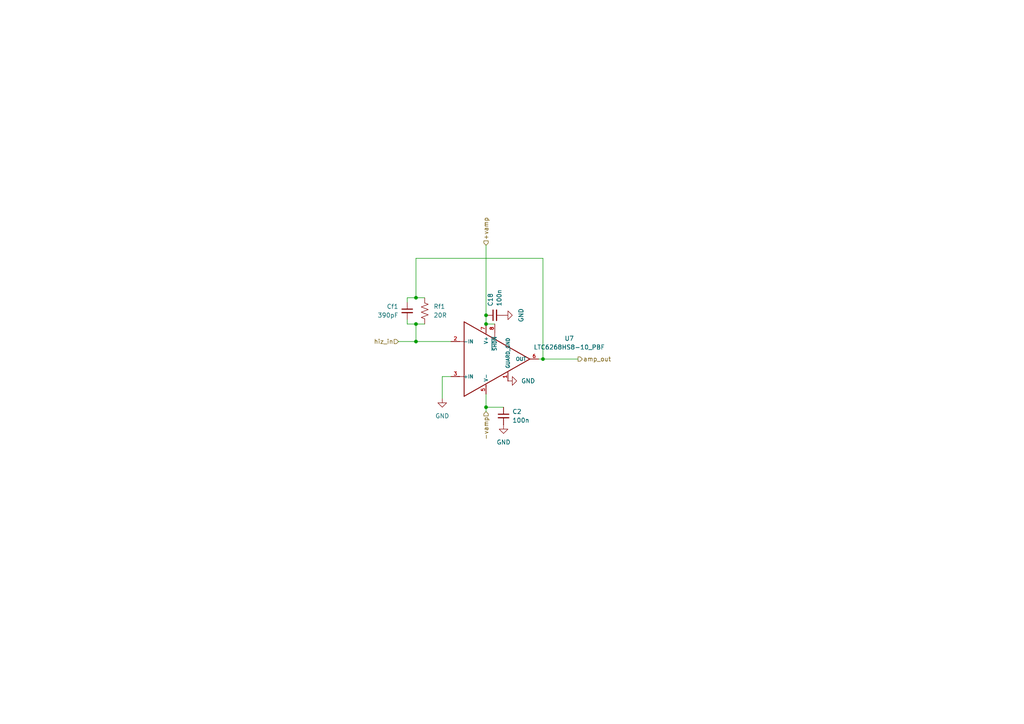
<source format=kicad_sch>
(kicad_sch (version 20231120) (generator "eeschema") (generator_version "8.0")
  (paper "A4")
  (lib_symbols
    (symbol "Device:C_Small" (pin_numbers hide) (pin_names (offset 0.254) hide)
      (property "Reference" "C" (at 0.254 1.778 0))
      (property "Value" "C_Small" (at 0.254 -2.032 0))
      (symbol "C_Small_0_1"
        (polyline (pts (xy -1.524 -0.508) (xy 1.524 -0.508)) (stroke (width 0.3302)))
        (polyline (pts (xy -1.524 0.508) (xy 1.524 0.508)) (stroke (width 0.3048)))
      )
      (symbol "C_Small_1_1"
        (pin passive line (at 0 2.54 270) (length 2.032) (name "~") (number "1"))
        (pin passive line (at 0 -2.54 90) (length 2.032) (name "~") (number "2"))
      )
    )
    (symbol "Device:R_US" (pin_numbers hide) (pin_names (offset 0))
      (property "Reference" "R" (at 2.54 0 90))
      (property "Value" "R_US" (at -2.54 0 90))
      (symbol "R_US_0_1"
        (polyline (pts (xy 0 -2.286) (xy 0 -2.54)))
        (polyline (pts (xy 0 2.286) (xy 0 2.54)))
        (polyline (pts (xy 0 -0.762) (xy 1.016 -1.143) (xy 0 -1.524) (xy -1.016 -1.905) (xy 0 -2.286)))
        (polyline (pts (xy 0 0.762) (xy 1.016 0.381) (xy 0 0) (xy -1.016 -0.381) (xy 0 -0.762)))
        (polyline (pts (xy 0 2.286) (xy 1.016 1.905) (xy 0 1.524) (xy -1.016 1.143) (xy 0 0.762)))
      )
      (symbol "R_US_1_1"
        (pin passive line (at 0 3.81 270) (length 1.27) (name "~") (number "1"))
        (pin passive line (at 0 -3.81 90) (length 1.27) (name "~") (number "2"))
      )
    )
    (symbol "power:GND" (power) (pin_numbers hide) (pin_names (offset 0) hide)
      (property "Value" "GND" (at 0 -3.81 0))
      (symbol "GND_0_1"
        (polyline (pts (xy 0 0) (xy 0 -1.27) (xy 1.27 -1.27) (xy 0 -2.54) (xy -1.27 -1.27) (xy 0 -1.27)))
      )
      (symbol "GND_1_1"
        (pin power_in line (at 0 0 270) (length 0) (name "~") (number "1"))
      )
    )
    (symbol "proj:LTC6268HS8-10_PBF" (pin_names (offset 1.016))
      (property "Reference" "U" (at -7.622 12.7033 0))
      (property "Value" "LTC6268HS8-10_PBF" (at -5.0827 -15.2481 0))
      (symbol "LTC6268HS8-10_PBF_0_0"
        (polyline (pts (xy -7.62 5.08) (xy -6.35 5.08)) (stroke (width 0.1524)))
        (polyline (pts (xy -6.35 -10.795) (xy 12.7 0)) (stroke (width 0.254)))
        (polyline (pts (xy -6.35 -5.08) (xy -8.255 -5.08)) (stroke (width 0.1524)))
        (polyline (pts (xy -6.35 -5.08) (xy -6.35 -10.795)) (stroke (width 0.254)))
        (polyline (pts (xy -6.35 5.08) (xy -6.35 -5.08)) (stroke (width 0.254)))
        (polyline (pts (xy -6.35 10.795) (xy -6.35 5.08)) (stroke (width 0.254)))
        (polyline (pts (xy 0 -7.366) (xy 0 -7.874)) (stroke (width 0.1524)))
        (polyline (pts (xy 0 7.62) (xy 0 7.112)) (stroke (width 0.1524)))
        (polyline (pts (xy 2.54 7.62) (xy 2.54 5.842)) (stroke (width 0.1524)))
        (polyline (pts (xy 12.7 0) (xy -6.35 10.795)) (stroke (width 0.254)))
        (pin input line (at -10.16 5.08 0) (length 2.54) (name "-IN") (number "2"))
        (pin input line (at -10.16 -5.08 0) (length 2.54) (name "+IN") (number "3"))
        (pin power_in line (at 0 -10.16 90) (length 2.54) (name "V-") (number "5"))
        (pin output line (at 15.24 0 180) (length 2.54) (name "OUT") (number "6"))
        (pin power_in line (at 0 10.16 270) (length 2.54) (name "V+") (number "7"))
        (pin bidirectional line (at 2.54 10.16 270) (length 2.54) (name "~{SHDN}") (number "8"))
      )
      (symbol "LTC6268HS8-10_PBF_1_0"
        (pin passive line (at 6.35 -6.35 90) (length 2.54) (name "GUARD_GND") (number "1"))
      )
    )
  )
  (junction (at 140.97 118.11))
  (junction (at 140.97 91.44))
  (junction (at 120.65 93.98))
  (junction (at 140.97 93.98))
  (junction (at 120.65 86.36))
  (junction (at 120.65 99.06))
  (junction (at 157.48 104.14))
  (wire (pts (xy 118.11 87.63) (xy 118.11 86.36)))
  (wire (pts (xy 120.65 86.36) (xy 123.19 86.36)))
  (wire (pts (xy 140.97 118.11) (xy 140.97 119.38)))
  (wire (pts (xy 118.11 86.36) (xy 120.65 86.36)))
  (wire (pts (xy 130.81 109.22) (xy 128.27 109.22)))
  (wire (pts (xy 128.27 109.22) (xy 128.27 115.57)))
  (wire (pts (xy 140.97 118.11) (xy 146.05 118.11)))
  (wire (pts (xy 140.97 93.98) (xy 143.51 93.98)))
  (wire (pts (xy 118.11 93.98) (xy 120.65 93.98)))
  (wire (pts (xy 120.65 93.98) (xy 123.19 93.98)))
  (wire (pts (xy 120.65 99.06) (xy 130.81 99.06)))
  (wire (pts (xy 118.11 92.71) (xy 118.11 93.98)))
  (wire (pts (xy 140.97 91.44) (xy 140.97 93.98)))
  (wire (pts (xy 157.48 74.93) (xy 157.48 104.14)))
  (wire (pts (xy 120.65 93.98) (xy 120.65 99.06)))
  (wire (pts (xy 120.65 86.36) (xy 120.65 74.93)))
  (wire (pts (xy 120.65 74.93) (xy 157.48 74.93)))
  (wire (pts (xy 140.97 71.12) (xy 140.97 91.44)))
  (wire (pts (xy 115.57 99.06) (xy 120.65 99.06)))
  (wire (pts (xy 156.21 104.14) (xy 157.48 104.14)))
  (wire (pts (xy 157.48 104.14) (xy 167.64 104.14)))
  (wire (pts (xy 140.97 114.3) (xy 140.97 118.11)))
  (hierarchical_label "hiz_in" (shape input) (at 115.57 99.06 180))
  (hierarchical_label "+vamp" (shape input) (at 140.97 71.12 90))
  (hierarchical_label "-vamp" (shape input) (at 140.97 119.38 270))
  (hierarchical_label "amp_out" (shape output) (at 167.64 104.14 0))
  (symbol (lib_id "Device:C_Small") (at 143.51 91.44 90) (unit 1)
    (property "Reference" "C18" (at 142.2462 88.9 0) (effects (justify left)))
    (property "Value" "100n" (at 144.7862 88.9 0) (effects (justify left)))
    (property "Footprint" "Capacitor_SMD:C_0201_0603Metric" (effects (hide yes)))
    (property "Description" "Unpolarized capacitor, small symbol" (effects (hide yes)))
    (instances (project "onsemi-version" (path "" (reference "C18") (unit 1)) (path "" (reference "C11") (unit 1)) (path "" (reference "C13") (unit 1)) (path "" (reference "C15") (unit 1)) (path "" (reference "C17") (unit 1)) (path "" (reference "C20") (unit 1))))
  )
  (symbol (lib_id "proj:LTC6268HS8-10_PBF") (at 140.97 104.14 0) (unit 1)
    (property "Reference" "U7" (at 165.1 98.1708 0))
    (property "Value" "LTC6268HS8-10_PBF" (at 165.1 100.7108 0))
    (property "Footprint" "proj:SOIC127P599X175-8N" (effects (hide yes)))
    (property "MANUFACTURER" "LINEAR TECHNOLOGY" (effects (hide yes)))
    (property "STANDARD" "IPC-7351B" (effects (hide yes)))
    (instances (project "onsemi-version" (path "" (reference "U7") (unit 1)) (path "" (reference "U8") (unit 1)) (path "" (reference "U9") (unit 1)) (path "" (reference "U10") (unit 1)) (path "" (reference "U11") (unit 1)) (path "" (reference "U12") (unit 1))))
  )
  (symbol (lib_id "power:GND") (at 146.05 91.44 90) (mirror x) (unit 1)
    (property "Reference" "#PWR021" (effects (hide yes)))
    (property "Value" "GND" (at 151.13 91.44 0))
    (property "Description" "Power symbol creates a global label with name \"GND\" , ground" (effects (hide yes)))
    (instances (project "onsemi-version" (path "" (reference "#PWR021") (unit 1)) (path "" (reference "#PWR025") (unit 1)) (path "" (reference "#PWR030") (unit 1)) (path "" (reference "#PWR033") (unit 1)) (path "" (reference "#PWR036") (unit 1)) (path "" (reference "#PWR028") (unit 1))))
  )
  (symbol (lib_id "Device:C_Small") (at 146.05 120.65 0) (unit 1)
    (property "Reference" "C2" (at 148.59 119.3862 0) (effects (justify left)))
    (property "Value" "100n" (at 148.59 121.9262 0) (effects (justify left)))
    (property "Footprint" "Capacitor_SMD:C_0201_0603Metric" (effects (hide yes)))
    (property "Description" "Unpolarized capacitor, small symbol" (effects (hide yes)))
    (instances (project "onsemi-version" (path "" (reference "C2") (unit 1)) (path "" (reference "C12") (unit 1)) (path "" (reference "C14") (unit 1)) (path "" (reference "C16") (unit 1)) (path "" (reference "C19") (unit 1)) (path "" (reference "C21") (unit 1))))
  )
  (symbol (lib_id "Device:R_US") (at 123.19 90.17 0) (unit 1)
    (property "Reference" "Rf1" (at 125.73 88.8999 0) (effects (justify left)))
    (property "Value" "20R" (at 125.73 91.4399 0) (effects (justify left)))
    (property "Footprint" "Resistor_SMD:R_0402_1005Metric" (effects (hide yes)))
    (property "Datasheet" "https://www.vishay.com/docs/60093/fcseries.pdf" (effects (hide yes)))
    (property "Description" "Resistor, US symbol" (effects (hide yes)))
    (instances (project "onsemi-version" (path "" (reference "Rf1") (unit 1)) (path "" (reference "Rf2") (unit 1)) (path "" (reference "Rf3") (unit 1)) (path "" (reference "Rf4") (unit 1)) (path "" (reference "Rf5") (unit 1)) (path "" (reference "Rf6") (unit 1))))
  )
  (symbol (lib_id "power:GND") (at 146.05 123.19 0) (mirror y) (unit 1)
    (property "Reference" "#PWR018" (effects (hide yes)))
    (property "Value" "GND" (at 146.05 128.27 0))
    (property "Description" "Power symbol creates a global label with name \"GND\" , ground" (effects (hide yes)))
    (instances (project "onsemi-version" (path "" (reference "#PWR018") (unit 1)) (path "" (reference "#PWR023") (unit 1)) (path "" (reference "#PWR026") (unit 1)) (path "" (reference "#PWR031") (unit 1)) (path "" (reference "#PWR034") (unit 1)) (path "" (reference "#PWR037") (unit 1))))
  )
  (symbol (lib_id "power:GND") (at 128.27 115.57 0) (unit 1)
    (property "Reference" "#PWR029" (effects (hide yes)))
    (property "Value" "GND" (at 128.27 120.65 0))
    (property "Description" "Power symbol creates a global label with name \"GND\" , ground" (effects (hide yes)))
    (instances (project "onsemi-version" (path "" (reference "#PWR029") (unit 1)) (path "" (reference "#PWR020") (unit 1)) (path "" (reference "#PWR024") (unit 1)) (path "" (reference "#PWR027") (unit 1)) (path "" (reference "#PWR032") (unit 1)) (path "" (reference "#PWR035") (unit 1))))
  )
  (symbol (lib_id "power:GND") (at 147.32 110.49 90) (mirror x) (unit 1)
    (property "Reference" "#PWR052" (effects (hide yes)))
    (property "Value" "GND" (at 151.13 110.4899 90) (effects (justify right)))
    (property "Description" "Power symbol creates a global label with name \"GND\" , ground" (effects (hide yes)))
    (instances (project "onsemi-version" (path "" (reference "#PWR052") (unit 1)) (path "" (reference "#PWR053") (unit 1)) (path "" (reference "#PWR054") (unit 1)) (path "" (reference "#PWR055") (unit 1)) (path "" (reference "#PWR056") (unit 1)) (path "" (reference "#PWR057") (unit 1))))
  )
  (symbol (lib_id "Device:C_Small") (at 118.11 90.17 0) (unit 1)
    (property "Reference" "Cf1" (at 115.57 88.9062 0) (effects (justify right)))
    (property "Value" "390pF" (at 115.57 91.4462 0) (effects (justify right)))
    (property "Footprint" "Capacitor_SMD:C_0603_1608Metric" (effects (hide yes)))
    (property "Datasheet" "https://www.vishay.com/docs/45258/vjhifreqseries.pdf" (effects (hide yes)))
    (property "Description" "Unpolarized capacitor, small symbol" (effects (hide yes)))
    (instances (project "onsemi-version" (path "" (reference "Cf1") (unit 1)) (path "" (reference "Cf2") (unit 1)) (path "" (reference "Cf3") (unit 1)) (path "" (reference "Cf4") (unit 1)) (path "" (reference "Cf5") (unit 1)) (path "" (reference "Cf6") (unit 1))))
  )
)
</source>
